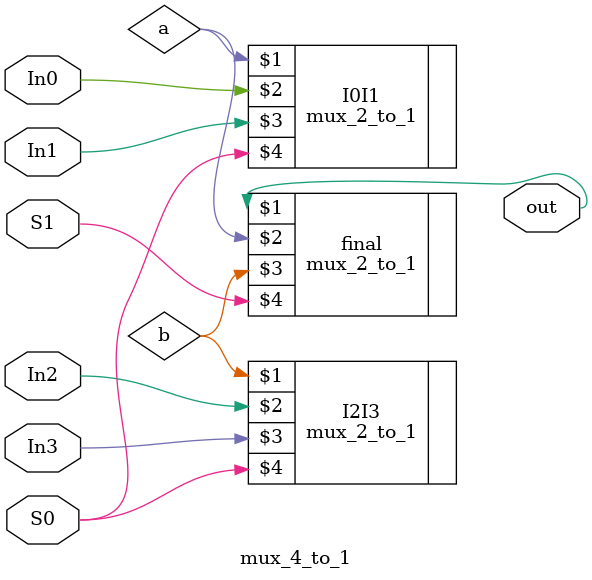
<source format=v>
`timescale 1ns / 1ps
`include "mux_2_to_1.v"

// 
module mux_4_to_1(out, In0, In1, In2, In3, S0, S1);
    output out; 
    input In0, In1, In2, In3, S0, S1;
    
    wire a,b;
    
    mux_2_to_1 I0I1 (a, In0, In1, S0);
    mux_2_to_1 I2I3 (b, In2, In3, S0);
    mux_2_to_1 final (out, a, b, S1);
endmodule

</source>
